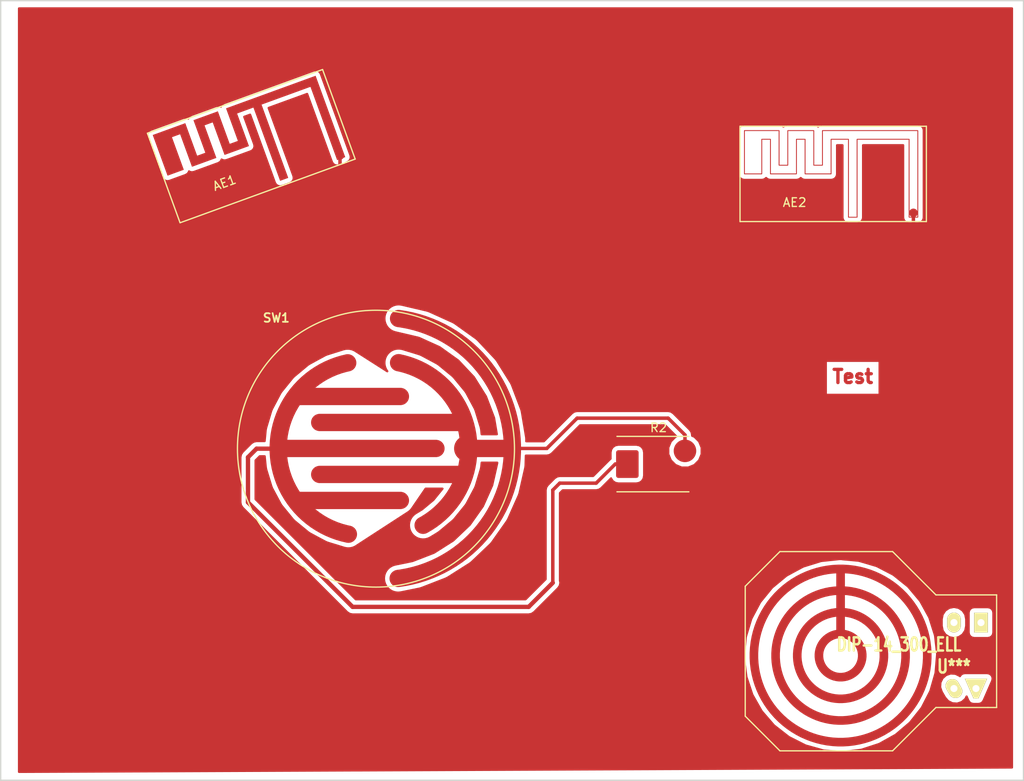
<source format=kicad_pcb>
(kicad_pcb (version 20171130) (host pcbnew "(2017-12-29 revision d88fa6d)-master")
  (layers (0 F.Cu signal) (31 B.Cu signal) (34 B.Paste user) (35 F.Paste user) (36 B.SilkS user) (37 F.SilkS user) (38 B.Mask user) (39 F.Mask user) (44 Edge.Cuts user))
  (net 0 "")
  (net 1 /PAD2)
  (net 2 /PAD1)
  (net 3 GND)
  (module Dip_sockets:DIP-14__300_ELL (layer F.Cu) (at 165.9 123.6 180)
    (fp_text reference U*** (at -5.08 -1.27 180) (layer F.SilkS) (effects (font (size 1.524 1.143) (thickness 0.3048))))
    (fp_text value DIP-14_300_ELL (at 1.27 1.27 180) (layer F.SilkS) (effects (font (size 1.524 1.143) (thickness 0.3048))))
    (fp_line (start -9 -6) (end -3 -6) (layer F.SilkS) (width 0.15))
    (fp_line (start -3 -6) (end 2 -11) (layer F.SilkS) (width 0.15))
    (fp_line (start 2 -11) (end 15 -11) (layer F.SilkS) (width 0.15))
    (fp_line (start 15 -11) (end 19 -7) (layer F.SilkS) (width 0.15))
    (fp_line (start 19 -7) (end 19 8) (layer F.SilkS) (width 0.15))
    (fp_line (start 19 8) (end 15 12) (layer F.SilkS) (width 0.15))
    (fp_line (start 15 12) (end 2 12) (layer F.SilkS) (width 0.15))
    (fp_line (start 2 12) (end -3 7) (layer F.SilkS) (width 0.15))
    (fp_line (start -3 7) (end -10 7) (layer F.SilkS) (width 0.15))
    (fp_line (start -10 7) (end -10 -6) (layer F.SilkS) (width 0.15))
    (fp_line (start -10 -6) (end -9 -6) (layer F.SilkS) (width 0.15))
    (pad 3 thru_hole trapezoid (at -7.62 -3.81 180) (size 1.5748 2.286) (rect_delta 0 1) (drill 0.8128) (layers *.Cu *.Mask F.SilkS))
    (pad 4 thru_hole oval (at -5.08 -3.81 210) (size 1.5748 2.286) (drill 0.8128) (layers *.Cu *.Mask F.SilkS))
    (pad 5 connect custom (at 8 10 180) (size 1 1) (layers F.Cu F.Mask) (options (clearance outline) (anchor circle)) (primitives (gr_circle (center 0 -10) (end 2.5 -10) (width 1)) (gr_circle (center 0 -10) (end 5 -10) (width 1)) (gr_circle (center 0 -10) (end 7.5 -10) (width 1)) (gr_circle (center 0 -10) (end 10 -10) (width 1)) (gr_line (start 0 0) (end 0 -7.5) (width 1))))
    (pad 2 thru_hole oval (at -5.08 3.81 180) (size 1.5748 2.286) (drill 0.8128) (layers *.Cu *.Mask F.SilkS))
    (pad 1 thru_hole rect (at -8.2 3.8 180) (size 1.5748 2.286) (drill 0.8128) (layers *.Cu *.Mask F.SilkS))
  )
  (module Discret:C2 (layer F.Cu) (at 104.299 99.72)
    (fp_text reference SW1 (at -11.5 -15.1) (layer F.SilkS) (effects (font (thickness 0.2))))
    (fp_text value R hide)
    (fp_circle (center 0 0) (end 11.3 -11.3) (layer F.SilkS) (width 0.15))
    (pad 2 connect custom (at 10.509 -0.025 270) (size 3 3) (layers F.Cu F.Mask) (net 1 /PAD2) (options (clearance outline) (anchor circle)) (primitives (gr_line (start 3 0.5) (end 3 17) (width 2)) (gr_line (start -3 0.5) (end -3 17) (width 2)) (gr_arc (start 0 9.9) (end -9.9 7.9) (angle 140) (width 2)) (gr_arc (start 0 9.9) (end -15 7.9) (angle 165) (width 2)) (gr_line (start 0 0) (end 0 -5) (width 2))))
    (pad 1 connect custom (at -11.081 -0.025 90) (size 1.397 1.397) (layers F.Cu F.Mask) (net 2 /PAD1) (options (clearance convexhull) (anchor rect)) (primitives (gr_line (start 6 1.9) (end 6 13.9) (width 2)) (gr_line (start -6 1.9) (end -6 13.9) (width 2)) (gr_line (start 0 -0.1) (end 0 18) (width 2)) (gr_arc (start 0 9.9) (end -9.9 7.9) (angle 156.7) (width 2))))
  )
  (module Connect:1pin (layer F.Cu) (at 166.3 72.5)
    (fp_text reference AE2 (at -13.7 -1.2) (layer F.SilkS))
    (fp_text value Antenna)
    (fp_line (start -20 -10) (end 1.5 -10) (layer F.SilkS) (width 0.15))
    (fp_line (start 1.5 -10) (end 1.5 1) (layer F.SilkS) (width 0.15))
    (fp_line (start 1.5 1) (end -20 1) (layer F.SilkS) (width 0.15))
    (fp_line (start -20 1) (end -20 -10) (layer F.SilkS) (width 0.15))
    (pad 1 smd custom (at 0 0) (size 1 1) (layers F.Cu F.Paste F.Mask) (net 3 GND) (options (clearance outline) (anchor circle)) (primitives (gr_line (start -0.4928 -8.5) (end -0.4928 0.5) (width 0.1)) (gr_line (start -6.4928 -8.5) (end -0.4928 -8.5) (width 0.1)) (gr_line (start -6.4928 0.5) (end -6.4928 -8.5) (width 0.1)) (gr_line (start -7.4928 0.5) (end -6.4928 0.5) (width 0.1)) (gr_line (start -7.4928 -8.5) (end -7.4928 0.5) (width 0.1)) (gr_line (start -9.4928 -8.5) (end -7.4928 -8.5) (width 0.1)) (gr_line (start -9.4928 -4.5) (end -9.4928 -8.5) (width 0.1)) (gr_line (start -12.4928 -4.5) (end -9.4928 -4.5) (width 0.1)) (gr_line (start -12.4928 -8.5) (end -12.4928 -4.5) (width 0.1)) (gr_line (start -13.4928 -8.5) (end -12.4928 -8.5) (width 0.1)) (gr_line (start -13.4928 -4.5) (end -13.4928 -8.5) (width 0.1)) (gr_line (start -16.4928 -4.5) (end -13.4928 -4.5) (width 0.1)) (gr_line (start -16.4928 -8.5) (end -16.4928 -4.5) (width 0.1)) (gr_line (start -17.4928 -8.5) (end -16.4928 -8.5) (width 0.1)) (gr_line (start -17.4928 -4.5) (end -17.4928 -8.5) (width 0.1)) (gr_line (start -19.4928 -4.5) (end -17.4928 -4.5) (width 0.1)) (gr_line (start -19.4928 -9.5) (end -19.4928 -4.5) (width 0.1)) (gr_line (start -15.4928 -9.5) (end -19.4928 -9.5) (width 0.1)) (gr_line (start -15.4928 -5.5) (end -15.4928 -9.5) (width 0.1)) (gr_line (start -14.4928 -5.5) (end -15.4928 -5.5) (width 0.1)) (gr_line (start -14.4928 -9.5) (end -14.4928 -5.5) (width 0.1)) (gr_line (start -11.4928 -9.5) (end -14.4928 -9.5) (width 0.1)) (gr_line (start -11.4928 -5.5) (end -11.4928 -9.5) (width 0.1)) (gr_line (start -10.4928 -5.5) (end -11.4928 -5.5) (width 0.1)) (gr_line (start -10.4928 -9.5) (end -10.4928 -5.5) (width 0.1)) (gr_line (start 0.5072 -9.5) (end -10.4928 -9.5) (width 0.1)) (gr_line (start 0.5072 0.5) (end 0.5072 -9.5) (width 0.1)) (gr_line (start -0.4928 0.5) (end 0.5072 0.5) (width 0.1))))
  )
  (module Connect:1pin (layer F.Cu) (at 100.15 65.86 20)
    (fp_text reference AE1 (at -13.619 -1.567 20) (layer F.SilkS))
    (fp_text value Antenna)
    (fp_line (start -20 -10) (end 1.5 -10) (layer F.SilkS) (width 0.15))
    (fp_line (start 1.5 -10) (end 1.5 1) (layer F.SilkS) (width 0.15))
    (fp_line (start 1.5 1) (end -20 1) (layer F.SilkS) (width 0.15))
    (fp_line (start -20 1) (end -20 -10) (layer F.SilkS) (width 0.15))
    (pad 1 connect custom (at 0 0 20) (size 1 1) (layers F.Cu F.Mask) (net 3 GND) (options (clearance outline) (anchor circle)) (primitives (gr_poly (pts (xy 0.5 0.4) (xy 0.5 -9.6) (xy -10.5 -9.6) (xy -10.5 -5.6) (xy -11.5 -5.6) (xy -11.5 -9.6) (xy -14.5 -9.6) (xy -14.5 -5.6) (xy -15.5 -5.6) (xy -15.5 -9.6) (xy -19.5 -9.6) (xy -19.5 -4.6) (xy -17.5 -4.6) (xy -17.5 -8.6) (xy -16.5 -8.6) (xy -16.5 -4.6) (xy -13.5 -4.6) (xy -13.5 -8.6) (xy -12.5 -8.6) (xy -12.5 -4.6) (xy -9.5 -4.6) (xy -9.5 -8.6) (xy -7.5 -8.6) (xy -7.5 0.4) (xy -6.5 0.4) (xy -6.5 -8.6) (xy -0.5 -8.6) (xy -0.5 0.4)) (width 0))))
  )
  (module Diodes_SMD:DO-214AB (layer F.Cu) (at 136.9 101.5)
    (fp_text reference R2 (at 0 -4.2) (layer F.SilkS))
    (fp_text value R)
    (fp_line (start 3.5 3.2) (end -4.8 3.2) (layer F.SilkS) (width 0.15))
    (fp_line (start -4.8 -3.2) (end 3.5 -3.2) (layer F.SilkS) (width 0.15))
    (pad 1 smd roundrect (at -3.6 0) (size 2.6 3.2) (layers F.Cu F.Paste F.Mask) (roundrect_rratio 0.1) (net 2 /PAD1))
    (pad 2 smd circle (at 3.048 -1.524) (size 2.6 2.6) (layers F.Cu F.Paste F.Mask) (net 1 /PAD2))
  )
  (gr_text Test (at 159.3 91.4) (layer F.Cu) (effects (font (size 1.524 1.524) (thickness 0.381))))
  (gr_line (start 61 138) (end 61 48) (angle 90) (layer Edge.Cuts) (width 0.15))
  (gr_line (start 179 138) (end 61 138) (angle 90) (layer Edge.Cuts) (width 0.15))
  (gr_line (start 179 48) (end 179 138) (angle 90) (layer Edge.Cuts) (width 0.15))
  (gr_line (start 61 48) (end 179 48) (angle 90) (layer Edge.Cuts) (width 0.15))
  (segment (start 138.010477 96.2) (end 127.5 96.2) (width 0.4) (layer F.Cu) (net 1))
  (segment (start 114.808 99.695) (end 124.005 99.695) (width 0.4) (layer F.Cu) (net 1))
  (segment (start 124.005 99.695) (end 127.5 96.2) (width 0.4) (layer F.Cu) (net 1))
  (segment (start 139.948 99.976) (end 139.948 98.137523) (width 0.4) (layer F.Cu) (net 1))
  (segment (start 139.948 98.137523) (end 138.010477 96.2) (width 0.4) (layer F.Cu) (net 1))
  (segment (start 124.7 115.2) (end 121.917 117.983) (width 0.5) (layer F.Cu) (net 2))
  (segment (start 125.5 103.7) (end 124.7 104.5) (width 0.4) (layer F.Cu) (net 2))
  (segment (start 124.7 104.5) (end 124.7 115.2) (width 0.4) (layer F.Cu) (net 2))
  (segment (start 129.7 103.7) (end 125.5 103.7) (width 0.4) (layer F.Cu) (net 2))
  (segment (start 133.3 101.5) (end 131.9 101.5) (width 0.4) (layer F.Cu) (net 2))
  (segment (start 131.9 101.5) (end 129.7 103.7) (width 0.4) (layer F.Cu) (net 2))
  (segment (start 121.917 117.983) (end 101.6 117.983) (width 0.5) (layer F.Cu) (net 2))
  (segment (start 101.6 117.983) (end 89.535 105.918) (width 0.5) (layer F.Cu) (net 2))
  (segment (start 89.535 105.918) (end 89.535 100.711) (width 0.5) (layer F.Cu) (net 2))
  (segment (start 89.535 100.711) (end 90.526 99.72) (width 0.5) (layer F.Cu) (net 2))
  (segment (start 90.526 99.72) (end 93.799 99.72) (width 0.5) (layer F.Cu) (net 2))
  (segment (start 166.3 72.5) (end 166.3 75.5) (width 0.4) (layer F.Cu) (net 3))
  (segment (start 100.15 68.65) (end 101.6 70.1) (width 0.4) (layer F.Cu) (net 3))
  (segment (start 100.15 65.86) (end 100.15 68.65) (width 0.4) (layer F.Cu) (net 3))
  (zone (net 3) (net_name GND) (layer F.Cu) (connect_pads (clearance 0.5)) (min_thickness 0.254) (fill yes (mode segment) (arc_segments 16) (thermal_gap 0.508) (thermal_bridge_width 0.508))
    (polygon (pts (xy 62.992 48.768) (xy 177.8 48.768) (xy 177.8 136.652) (xy 62.992 137.16)))
  )
)
</source>
